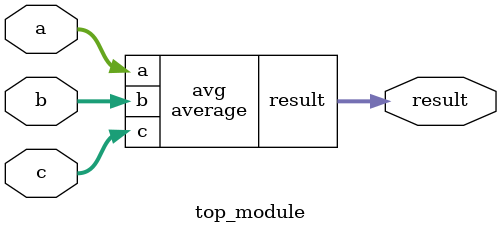
<source format=v>

module adder(
    input [7:0] a,
    input [7:0] b,
    output [7:0] sum
);

assign sum = a + b;

endmodule
module average(
    input [7:0] a,
    input [7:0] b,
    input [7:0] c,
    output [7:0] result
);

wire [7:0] sum;
wire [7:0] divisor = 3;

adder adder1(.a(a), .b(b), .sum(sum));
adder adder2(.a(sum), .b(c), .sum(result));

endmodule
module top_module(
    input [7:0] a,
    input [7:0] b,
    input [7:0] c,
    output [7:0] result
);

average avg(.a(a), .b(b), .c(c), .result(result));

endmodule
</source>
